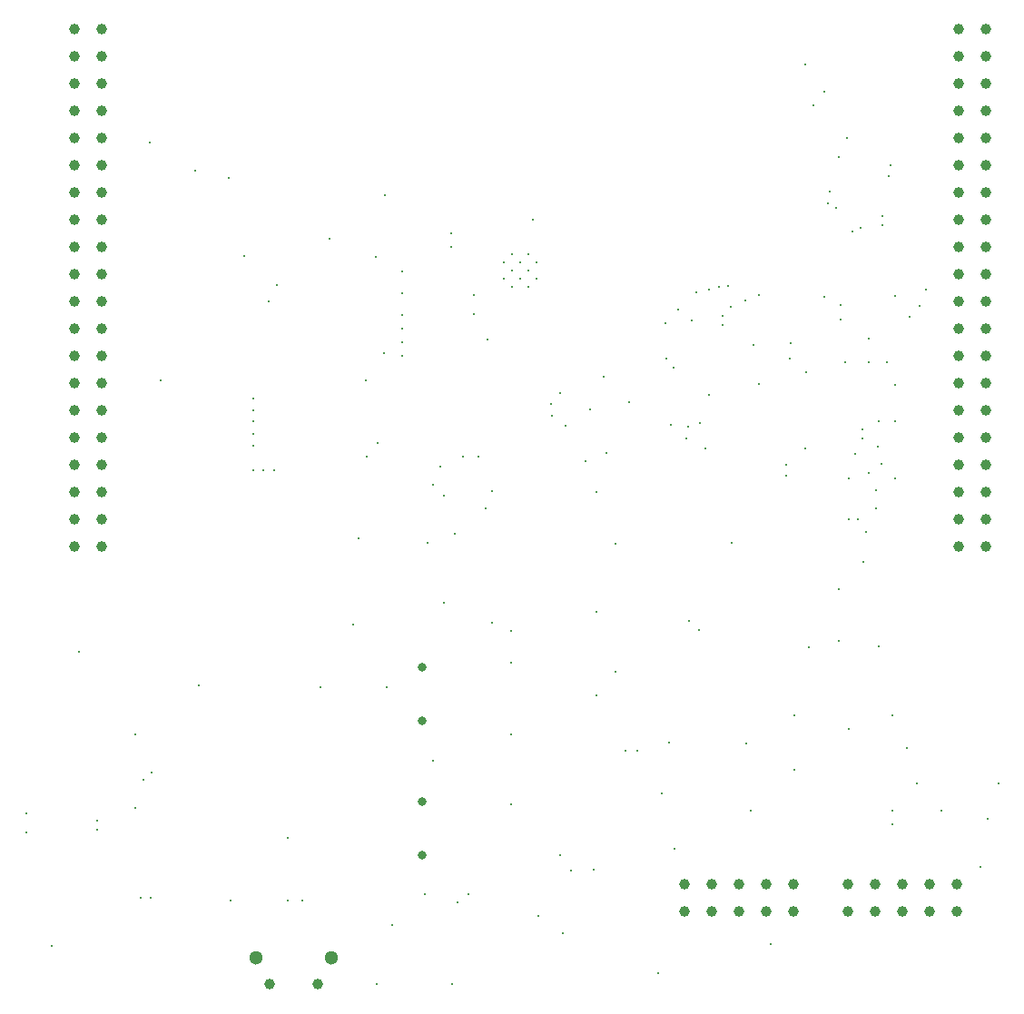
<source format=gbr>
%TF.GenerationSoftware,KiCad,Pcbnew,9.0.5-9.0.5~ubuntu25.04.1*%
%TF.CreationDate,2025-10-12T20:46:55+02:00*%
%TF.ProjectId,CPU,4350552e-6b69-4636-9164-5f7063625858,rev?*%
%TF.SameCoordinates,Original*%
%TF.FileFunction,Plated,1,2,PTH,Drill*%
%TF.FilePolarity,Positive*%
%FSLAX46Y46*%
G04 Gerber Fmt 4.6, Leading zero omitted, Abs format (unit mm)*
G04 Created by KiCad (PCBNEW 9.0.5-9.0.5~ubuntu25.04.1) date 2025-10-12 20:46:55*
%MOMM*%
%LPD*%
G01*
G04 APERTURE LIST*
%TA.AperFunction,ComponentDrill*%
%ADD10C,0.200000*%
%TD*%
%TA.AperFunction,ViaDrill*%
%ADD11C,0.300000*%
%TD*%
%TA.AperFunction,ComponentDrill*%
%ADD12C,0.800000*%
%TD*%
%TA.AperFunction,ComponentDrill*%
%ADD13C,1.000000*%
%TD*%
%TA.AperFunction,ComponentDrill*%
%ADD14C,1.300000*%
%TD*%
G04 APERTURE END LIST*
D10*
%TO.C,U401*%
X172545000Y-83727500D03*
X172545000Y-85252500D03*
X173307500Y-82965000D03*
X173307500Y-84490000D03*
X173307500Y-86015000D03*
X174070000Y-83727500D03*
X174070000Y-85252500D03*
X174832500Y-82965000D03*
X174832500Y-84490000D03*
X174832500Y-86015000D03*
X175595000Y-83727500D03*
X175595000Y-85252500D03*
%TD*%
D11*
X128016000Y-135128000D03*
X128016000Y-136906000D03*
X130429000Y-147447000D03*
X132969000Y-120015000D03*
X134620000Y-135801997D03*
X134620000Y-136652000D03*
X138176000Y-127762000D03*
X138176000Y-134620000D03*
X138684000Y-143002000D03*
X138976000Y-131967000D03*
X139573000Y-72517000D03*
X139610003Y-142999756D03*
X139700000Y-131318000D03*
X140589000Y-94742000D03*
X143764000Y-75184000D03*
X144145000Y-123190000D03*
X146939000Y-75819000D03*
X147066000Y-143256000D03*
X148361500Y-83159500D03*
X149225000Y-96393000D03*
X149225000Y-97536000D03*
X149225000Y-98552000D03*
X149225000Y-99695000D03*
X149225000Y-100838000D03*
X149225000Y-103124000D03*
X150114000Y-103124000D03*
X150622000Y-87376000D03*
X151130000Y-103124000D03*
X151384000Y-85852000D03*
X152400000Y-137414000D03*
X152400000Y-143256000D03*
X153797000Y-143256000D03*
X155448000Y-123317000D03*
X156337000Y-81534000D03*
X158500000Y-117500000D03*
X159000000Y-109500000D03*
X159750000Y-94742000D03*
X159766000Y-101854000D03*
X160655000Y-83185000D03*
X160750000Y-151000000D03*
X160782000Y-100584000D03*
X161417000Y-92202000D03*
X161500000Y-77500000D03*
X161671000Y-123317000D03*
X162179000Y-145542000D03*
X163068000Y-84582000D03*
X163068000Y-86614000D03*
X163068000Y-88646000D03*
X163068000Y-89916000D03*
X163068000Y-91186000D03*
X163068000Y-92456000D03*
X165227000Y-142621000D03*
X165481000Y-109855000D03*
X165989000Y-130175000D03*
X166000000Y-104500000D03*
X166624000Y-102743000D03*
X167000000Y-105500000D03*
X167005000Y-115443000D03*
X167640000Y-81026000D03*
X167640000Y-82296000D03*
X167750000Y-151000000D03*
X168000000Y-109000000D03*
X168275000Y-143383000D03*
X168783000Y-101854000D03*
X169291000Y-142621000D03*
X169765000Y-86762709D03*
X169765000Y-88519000D03*
X170180000Y-101854000D03*
X170905000Y-106633645D03*
X171069000Y-90932000D03*
X171450000Y-105095000D03*
X171450000Y-117348000D03*
X173228000Y-118073000D03*
X173228000Y-121031000D03*
X173228000Y-127762000D03*
X173228000Y-134239000D03*
X175260000Y-79756000D03*
X175768000Y-144653000D03*
X176949648Y-96930343D03*
X177038000Y-98044000D03*
X177800000Y-139000000D03*
X177863500Y-95887000D03*
X178084000Y-146304000D03*
X178308000Y-98933000D03*
X178816000Y-140462000D03*
X180213000Y-102235000D03*
X180595665Y-97479909D03*
X180975000Y-140335000D03*
X181229000Y-105156000D03*
X181229000Y-116332000D03*
X181229000Y-124079000D03*
X181869068Y-94412691D03*
X182118000Y-101473000D03*
X183007000Y-109982000D03*
X183007000Y-121920000D03*
X183896000Y-129286000D03*
X184277000Y-96774000D03*
X185039000Y-129286000D03*
X186944000Y-149987000D03*
X187325000Y-133223000D03*
X187668000Y-89404687D03*
X187706000Y-92710000D03*
X187960000Y-128524000D03*
X188118002Y-98837633D03*
X188438463Y-93534515D03*
X188468000Y-138430000D03*
X188876630Y-88159675D03*
X189619120Y-100164943D03*
X189790519Y-99006554D03*
X189865000Y-117209000D03*
X190119000Y-89154000D03*
X190495555Y-86505015D03*
X190754000Y-117983000D03*
X190894139Y-98680752D03*
X191389000Y-101092000D03*
X191694345Y-96112778D03*
X191697454Y-86273775D03*
X192618657Y-86006506D03*
X192957573Y-88681644D03*
X193022398Y-89529171D03*
X193495992Y-85884523D03*
X193732811Y-87886523D03*
X193802000Y-109855000D03*
X195137669Y-87319636D03*
X195168298Y-128620298D03*
X195580000Y-134874000D03*
X195834000Y-91440000D03*
X196342000Y-86741000D03*
X196372585Y-95043000D03*
X197485000Y-147320000D03*
X198882000Y-102616000D03*
X198882000Y-103632000D03*
X199263000Y-92710000D03*
X199300032Y-91260000D03*
X199644000Y-125984000D03*
X199644000Y-131064000D03*
X200660000Y-65278000D03*
X200660000Y-101092000D03*
X200784810Y-93960106D03*
X201041000Y-119634000D03*
X201422000Y-69088000D03*
X202438000Y-67818000D03*
X202438000Y-86958000D03*
X202848938Y-78211368D03*
X203018000Y-77143000D03*
X203568179Y-78664353D03*
X203793750Y-119040250D03*
X203835000Y-73914000D03*
X203835000Y-114173000D03*
X203993200Y-87742000D03*
X203998689Y-89042000D03*
X204397841Y-93054000D03*
X204560000Y-72136000D03*
X204724000Y-103886000D03*
X204724000Y-107696000D03*
X204724000Y-127254000D03*
X205063880Y-80864652D03*
X205311000Y-101600000D03*
X205574003Y-107696000D03*
X205838438Y-80514562D03*
X205994000Y-99314000D03*
X205994000Y-100164003D03*
X206121000Y-111633000D03*
X206398500Y-108862500D03*
X206578737Y-103335691D03*
X206596716Y-93047787D03*
X206629000Y-90805000D03*
X207264000Y-105003000D03*
X207264000Y-106680000D03*
X207467119Y-100907496D03*
X207518000Y-98552000D03*
X207518000Y-119507000D03*
X207824449Y-102510748D03*
X207894000Y-79427153D03*
X207894000Y-80242540D03*
X208317000Y-93024231D03*
X208444000Y-75690772D03*
X208661000Y-74700000D03*
X208788000Y-125984000D03*
X208788000Y-134874000D03*
X208788000Y-136144000D03*
X209042000Y-86868000D03*
X209042000Y-95123000D03*
X209042000Y-98552000D03*
X209042000Y-103866000D03*
X210185000Y-129032000D03*
X210439000Y-88773000D03*
X211074000Y-132334000D03*
X211328000Y-87757000D03*
X211963000Y-86233000D03*
X213360000Y-134874000D03*
X217043000Y-140081000D03*
X217678000Y-135636000D03*
X218694000Y-132334000D03*
D12*
%TO.C,C201*%
X165000000Y-121500000D03*
X165000000Y-126500000D03*
%TO.C,C202*%
X165000000Y-134000000D03*
X165000000Y-139000000D03*
D13*
%TO.C,J501*%
X132500000Y-62000000D03*
X132500000Y-64540000D03*
X132500000Y-67080000D03*
X132500000Y-69620000D03*
X132500000Y-72160000D03*
X132500000Y-74700000D03*
X132500000Y-77240000D03*
X132500000Y-79780000D03*
X132500000Y-82320000D03*
X132500000Y-84860000D03*
X132500000Y-87400000D03*
X132500000Y-89940000D03*
X132500000Y-92480000D03*
X132500000Y-95020000D03*
X132500000Y-97560000D03*
X132500000Y-100100000D03*
X132500000Y-102640000D03*
X132500000Y-105180000D03*
X132500000Y-107720000D03*
X132500000Y-110260000D03*
X135040000Y-62000000D03*
X135040000Y-64540000D03*
X135040000Y-67080000D03*
X135040000Y-69620000D03*
X135040000Y-72160000D03*
X135040000Y-74700000D03*
X135040000Y-77240000D03*
X135040000Y-79780000D03*
X135040000Y-82320000D03*
X135040000Y-84860000D03*
X135040000Y-87400000D03*
X135040000Y-89940000D03*
X135040000Y-92480000D03*
X135040000Y-95020000D03*
X135040000Y-97560000D03*
X135040000Y-100100000D03*
X135040000Y-102640000D03*
X135040000Y-105180000D03*
X135040000Y-107720000D03*
X135040000Y-110260000D03*
%TO.C,SW102*%
X150750000Y-151075000D03*
X155250000Y-151075000D03*
%TO.C,J602*%
X189464000Y-141695000D03*
X189464000Y-144235000D03*
X192004000Y-141695000D03*
X192004000Y-144235000D03*
X194544000Y-141695000D03*
X194544000Y-144235000D03*
X197084000Y-141695000D03*
X197084000Y-144235000D03*
X199624000Y-141695000D03*
X199624000Y-144235000D03*
%TO.C,J601*%
X204704000Y-141695000D03*
X204704000Y-144235000D03*
X207244000Y-141695000D03*
X207244000Y-144235000D03*
X209784000Y-141695000D03*
X209784000Y-144235000D03*
X212324000Y-141695000D03*
X212324000Y-144235000D03*
X214864000Y-141695000D03*
X214864000Y-144235000D03*
%TO.C,J502*%
X214960000Y-62000000D03*
X214960000Y-64540000D03*
X214960000Y-67080000D03*
X214960000Y-69620000D03*
X214960000Y-72160000D03*
X214960000Y-74700000D03*
X214960000Y-77240000D03*
X214960000Y-79780000D03*
X214960000Y-82320000D03*
X214960000Y-84860000D03*
X214960000Y-87400000D03*
X214960000Y-89940000D03*
X214960000Y-92480000D03*
X214960000Y-95020000D03*
X214960000Y-97560000D03*
X214960000Y-100100000D03*
X214960000Y-102640000D03*
X214960000Y-105180000D03*
X214960000Y-107720000D03*
X214960000Y-110260000D03*
X217500000Y-62000000D03*
X217500000Y-64540000D03*
X217500000Y-67080000D03*
X217500000Y-69620000D03*
X217500000Y-72160000D03*
X217500000Y-74700000D03*
X217500000Y-77240000D03*
X217500000Y-79780000D03*
X217500000Y-82320000D03*
X217500000Y-84860000D03*
X217500000Y-87400000D03*
X217500000Y-89940000D03*
X217500000Y-92480000D03*
X217500000Y-95020000D03*
X217500000Y-97560000D03*
X217500000Y-100100000D03*
X217500000Y-102640000D03*
X217500000Y-105180000D03*
X217500000Y-107720000D03*
X217500000Y-110260000D03*
D14*
%TO.C,SW102*%
X149500000Y-148575000D03*
X156500000Y-148575000D03*
M02*

</source>
